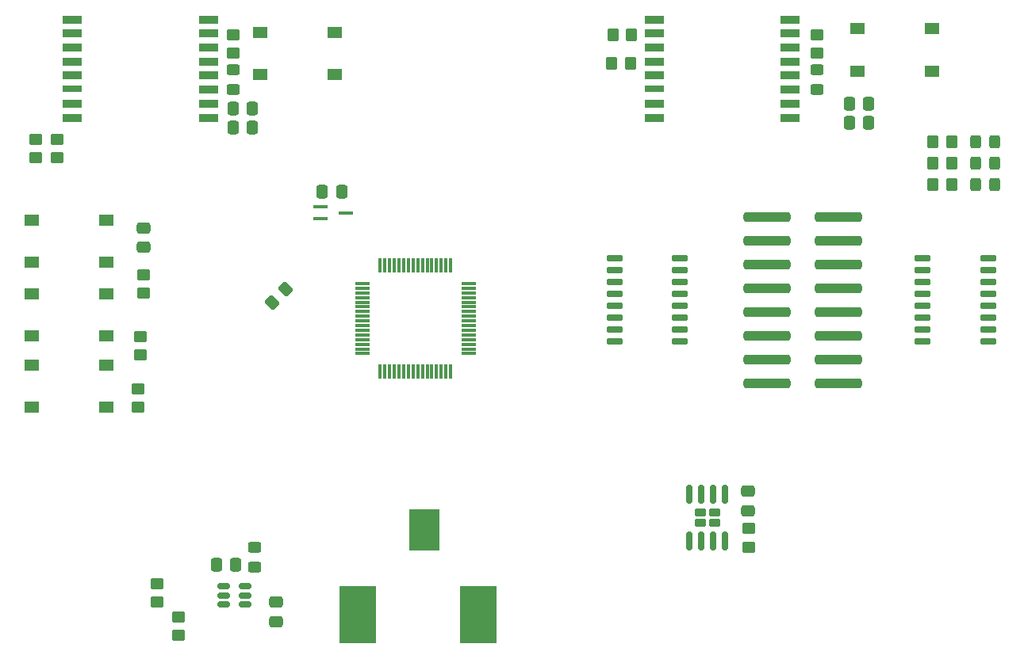
<source format=gtp>
G04 #@! TF.GenerationSoftware,KiCad,Pcbnew,7.0.10*
G04 #@! TF.CreationDate,2024-03-08T11:35:51-05:00*
G04 #@! TF.ProjectId,swipe-stack-hub,73776970-652d-4737-9461-636b2d687562,rev?*
G04 #@! TF.SameCoordinates,Original*
G04 #@! TF.FileFunction,Paste,Top*
G04 #@! TF.FilePolarity,Positive*
%FSLAX46Y46*%
G04 Gerber Fmt 4.6, Leading zero omitted, Abs format (unit mm)*
G04 Created by KiCad (PCBNEW 7.0.10) date 2024-03-08 11:35:51*
%MOMM*%
%LPD*%
G01*
G04 APERTURE LIST*
G04 Aperture macros list*
%AMRoundRect*
0 Rectangle with rounded corners*
0 $1 Rounding radius*
0 $2 $3 $4 $5 $6 $7 $8 $9 X,Y pos of 4 corners*
0 Add a 4 corners polygon primitive as box body*
4,1,4,$2,$3,$4,$5,$6,$7,$8,$9,$2,$3,0*
0 Add four circle primitives for the rounded corners*
1,1,$1+$1,$2,$3*
1,1,$1+$1,$4,$5*
1,1,$1+$1,$6,$7*
1,1,$1+$1,$8,$9*
0 Add four rect primitives between the rounded corners*
20,1,$1+$1,$2,$3,$4,$5,0*
20,1,$1+$1,$4,$5,$6,$7,0*
20,1,$1+$1,$6,$7,$8,$9,0*
20,1,$1+$1,$8,$9,$2,$3,0*%
G04 Aperture macros list end*
%ADD10RoundRect,0.250000X0.325000X0.450000X-0.325000X0.450000X-0.325000X-0.450000X0.325000X-0.450000X0*%
%ADD11RoundRect,0.150000X-0.512500X-0.150000X0.512500X-0.150000X0.512500X0.150000X-0.512500X0.150000X0*%
%ADD12RoundRect,0.250000X0.450000X-0.350000X0.450000X0.350000X-0.450000X0.350000X-0.450000X-0.350000X0*%
%ADD13RoundRect,0.250000X-0.450000X0.350000X-0.450000X-0.350000X0.450000X-0.350000X0.450000X0.350000X0*%
%ADD14RoundRect,0.250000X0.337500X0.475000X-0.337500X0.475000X-0.337500X-0.475000X0.337500X-0.475000X0*%
%ADD15RoundRect,0.250000X-0.337500X-0.475000X0.337500X-0.475000X0.337500X0.475000X-0.337500X0.475000X0*%
%ADD16RoundRect,0.250000X0.350000X0.450000X-0.350000X0.450000X-0.350000X-0.450000X0.350000X-0.450000X0*%
%ADD17RoundRect,0.250000X0.450000X-0.325000X0.450000X0.325000X-0.450000X0.325000X-0.450000X-0.325000X0*%
%ADD18RoundRect,0.255000X2.245000X0.255000X-2.245000X0.255000X-2.245000X-0.255000X2.245000X-0.255000X0*%
%ADD19R,1.550000X1.300000*%
%ADD20RoundRect,0.250000X-0.475000X0.337500X-0.475000X-0.337500X0.475000X-0.337500X0.475000X0.337500X0*%
%ADD21R,2.005000X0.900000*%
%ADD22R,2.005000X0.780000*%
%ADD23R,2.005000X0.955000*%
%ADD24RoundRect,0.230000X0.375000X-0.230000X0.375000X0.230000X-0.375000X0.230000X-0.375000X-0.230000X0*%
%ADD25RoundRect,0.150000X0.150000X-0.825000X0.150000X0.825000X-0.150000X0.825000X-0.150000X-0.825000X0*%
%ADD26R,3.300000X4.400000*%
%ADD27R,3.900000X6.200000*%
%ADD28RoundRect,0.024000X-0.771000X-0.276000X0.771000X-0.276000X0.771000X0.276000X-0.771000X0.276000X0*%
%ADD29RoundRect,0.024000X0.771000X0.276000X-0.771000X0.276000X-0.771000X-0.276000X0.771000X-0.276000X0*%
%ADD30RoundRect,0.250000X0.088388X-0.548008X0.548008X-0.088388X-0.088388X0.548008X-0.548008X0.088388X0*%
%ADD31RoundRect,0.075000X-0.700000X-0.075000X0.700000X-0.075000X0.700000X0.075000X-0.700000X0.075000X0*%
%ADD32RoundRect,0.075000X-0.075000X-0.700000X0.075000X-0.700000X0.075000X0.700000X-0.075000X0.700000X0*%
%ADD33R,1.500000X0.450000*%
%ADD34RoundRect,0.250000X-0.350000X-0.450000X0.350000X-0.450000X0.350000X0.450000X-0.350000X0.450000X0*%
G04 APERTURE END LIST*
D10*
X194065000Y-104394000D03*
X192015000Y-104394000D03*
D11*
X111771000Y-147382000D03*
X111771000Y-148332000D03*
X111771000Y-149282000D03*
X114046000Y-149282000D03*
X114046000Y-148332000D03*
X114046000Y-147382000D03*
D12*
X102616000Y-128238000D03*
X102616000Y-126238000D03*
X103251000Y-116062000D03*
X103251000Y-114062000D03*
D13*
X93980000Y-99584000D03*
X93980000Y-101584000D03*
D14*
X113051500Y-145034000D03*
X110976500Y-145034000D03*
D13*
X112776000Y-88408000D03*
X112776000Y-90408000D03*
D15*
X112754500Y-96266000D03*
X114829500Y-96266000D03*
D16*
X155178000Y-91440000D03*
X153178000Y-91440000D03*
D17*
X112776000Y-94243000D03*
X112776000Y-92193000D03*
X115062000Y-145297000D03*
X115062000Y-143247000D03*
D13*
X91694000Y-99584000D03*
X91694000Y-101584000D03*
D18*
X177385705Y-125655705D03*
X169785705Y-125655705D03*
X177385705Y-123115705D03*
X169785705Y-123115705D03*
X177385705Y-120575705D03*
X169785705Y-120575705D03*
X177385705Y-118035705D03*
X169785705Y-118035705D03*
X177385705Y-115495705D03*
X169785705Y-115495705D03*
X177385705Y-112955705D03*
X169785705Y-112955705D03*
X177385705Y-110415705D03*
X169785705Y-110415705D03*
X177385705Y-107875705D03*
X169785705Y-107875705D03*
D19*
X179408000Y-87793000D03*
X187368000Y-87793000D03*
X179408000Y-92293000D03*
X187368000Y-92293000D03*
X91270000Y-116114000D03*
X99230000Y-116114000D03*
X91270000Y-120614000D03*
X99230000Y-120614000D03*
D20*
X117348000Y-149076500D03*
X117348000Y-151151500D03*
X103251000Y-109071500D03*
X103251000Y-111146500D03*
D21*
X95617500Y-86785000D03*
X95617500Y-88285000D03*
X95617500Y-89785000D03*
X95617500Y-91285000D03*
X95617500Y-92785000D03*
D22*
X95617500Y-94225000D03*
D21*
X95617500Y-95785000D03*
X95617500Y-97285000D03*
D23*
X110122500Y-97312500D03*
D21*
X110122500Y-95785000D03*
X110122500Y-94285000D03*
X110122500Y-92785000D03*
X110122500Y-91285000D03*
X110122500Y-89785000D03*
X110122500Y-88285000D03*
X110122500Y-86785000D03*
D16*
X189475000Y-99822000D03*
X187475000Y-99822000D03*
D13*
X106934000Y-150638000D03*
X106934000Y-152638000D03*
D19*
X115654000Y-88174000D03*
X123614000Y-88174000D03*
X115654000Y-92674000D03*
X123614000Y-92674000D03*
D24*
X162659000Y-140605000D03*
X164159000Y-140605000D03*
X162659000Y-139465000D03*
X164159000Y-139465000D03*
D25*
X161504000Y-142510000D03*
X162774000Y-142510000D03*
X164044000Y-142510000D03*
X165314000Y-142510000D03*
X165314000Y-137560000D03*
X164044000Y-137560000D03*
X162774000Y-137560000D03*
X161504000Y-137560000D03*
D16*
X189475000Y-102108000D03*
X187475000Y-102108000D03*
D17*
X175133000Y-94243000D03*
X175133000Y-92193000D03*
D26*
X133188000Y-141368000D03*
D27*
X126038000Y-150368000D03*
X138938000Y-150368000D03*
D13*
X175133000Y-88408000D03*
X175133000Y-90408000D03*
D10*
X194065000Y-102108000D03*
X192015000Y-102108000D03*
X194065000Y-99822000D03*
X192015000Y-99822000D03*
D15*
X178540500Y-95758000D03*
X180615500Y-95758000D03*
D21*
X157720500Y-86785000D03*
X157720500Y-88285000D03*
X157720500Y-89785000D03*
X157720500Y-91285000D03*
X157720500Y-92785000D03*
D22*
X157720500Y-94225000D03*
D21*
X157720500Y-95785000D03*
X157720500Y-97285000D03*
D23*
X172225500Y-97312500D03*
D21*
X172225500Y-95785000D03*
X172225500Y-94285000D03*
X172225500Y-92785000D03*
X172225500Y-91285000D03*
X172225500Y-89785000D03*
X172225500Y-88285000D03*
X172225500Y-86785000D03*
D28*
X153477000Y-112320705D03*
X153477000Y-113590705D03*
X153477000Y-114860705D03*
X153477000Y-116130705D03*
X153477000Y-117400705D03*
X153477000Y-118670705D03*
X153477000Y-119940705D03*
X153477000Y-121210705D03*
D29*
X160467000Y-121210705D03*
X160467000Y-119940705D03*
X160467000Y-118670705D03*
X160467000Y-117400705D03*
X160467000Y-116130705D03*
X160467000Y-114860705D03*
X160467000Y-113590705D03*
X160467000Y-112320705D03*
D15*
X122279500Y-105156000D03*
X124354500Y-105156000D03*
D20*
X167727000Y-137219500D03*
X167727000Y-139294500D03*
D13*
X104648000Y-147082000D03*
X104648000Y-149082000D03*
D30*
X116914432Y-117056784D03*
X118364000Y-115607216D03*
D31*
X126560000Y-115005000D03*
X126560000Y-115505000D03*
X126560000Y-116005000D03*
X126560000Y-116505000D03*
X126560000Y-117005000D03*
X126560000Y-117505000D03*
X126560000Y-118005000D03*
X126560000Y-118505000D03*
X126560000Y-119005000D03*
X126560000Y-119505000D03*
X126560000Y-120005000D03*
X126560000Y-120505000D03*
X126560000Y-121005000D03*
X126560000Y-121505000D03*
X126560000Y-122005000D03*
X126560000Y-122505000D03*
D32*
X128485000Y-124430000D03*
X128985000Y-124430000D03*
X129485000Y-124430000D03*
X129985000Y-124430000D03*
X130485000Y-124430000D03*
X130985000Y-124430000D03*
X131485000Y-124430000D03*
X131985000Y-124430000D03*
X132485000Y-124430000D03*
X132985000Y-124430000D03*
X133485000Y-124430000D03*
X133985000Y-124430000D03*
X134485000Y-124430000D03*
X134985000Y-124430000D03*
X135485000Y-124430000D03*
X135985000Y-124430000D03*
D31*
X137910000Y-122505000D03*
X137910000Y-122005000D03*
X137910000Y-121505000D03*
X137910000Y-121005000D03*
X137910000Y-120505000D03*
X137910000Y-120005000D03*
X137910000Y-119505000D03*
X137910000Y-119005000D03*
X137910000Y-118505000D03*
X137910000Y-118005000D03*
X137910000Y-117505000D03*
X137910000Y-117005000D03*
X137910000Y-116505000D03*
X137910000Y-116005000D03*
X137910000Y-115505000D03*
X137910000Y-115005000D03*
D32*
X135985000Y-113080000D03*
X135485000Y-113080000D03*
X134985000Y-113080000D03*
X134485000Y-113080000D03*
X133985000Y-113080000D03*
X133485000Y-113080000D03*
X132985000Y-113080000D03*
X132485000Y-113080000D03*
X131985000Y-113080000D03*
X131485000Y-113080000D03*
X130985000Y-113080000D03*
X130485000Y-113080000D03*
X129985000Y-113080000D03*
X129485000Y-113080000D03*
X128985000Y-113080000D03*
X128485000Y-113080000D03*
D15*
X178540500Y-97790000D03*
X180615500Y-97790000D03*
D33*
X122114000Y-106792000D03*
X122114000Y-108092000D03*
X124774000Y-107442000D03*
D12*
X167854000Y-143194000D03*
X167854000Y-141194000D03*
D16*
X155305000Y-88392000D03*
X153305000Y-88392000D03*
D34*
X187475000Y-104394000D03*
X189475000Y-104394000D03*
D15*
X112754500Y-98298000D03*
X114829500Y-98298000D03*
D19*
X91270000Y-108240000D03*
X99230000Y-108240000D03*
X91270000Y-112740000D03*
X99230000Y-112740000D03*
D28*
X186370000Y-112320705D03*
X186370000Y-113590705D03*
X186370000Y-114860705D03*
X186370000Y-116130705D03*
X186370000Y-117400705D03*
X186370000Y-118670705D03*
X186370000Y-119940705D03*
X186370000Y-121210705D03*
D29*
X193360000Y-121210705D03*
X193360000Y-119940705D03*
X193360000Y-118670705D03*
X193360000Y-117400705D03*
X193360000Y-116130705D03*
X193360000Y-114860705D03*
X193360000Y-113590705D03*
X193360000Y-112320705D03*
D12*
X102870000Y-122666000D03*
X102870000Y-120666000D03*
D19*
X91270000Y-123734000D03*
X99230000Y-123734000D03*
X91270000Y-128234000D03*
X99230000Y-128234000D03*
M02*

</source>
